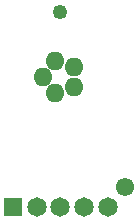
<source format=gbs>
G04 #@! TF.FileFunction,Soldermask,Bot*
%FSLAX46Y46*%
G04 Gerber Fmt 4.6, Leading zero omitted, Abs format (unit mm)*
G04 Created by KiCad (PCBNEW 4.0.7-e2-6376~58~ubuntu16.04.1) date Mon Mar 11 22:55:58 2019*
%MOMM*%
%LPD*%
G01*
G04 APERTURE LIST*
%ADD10C,0.100000*%
%ADD11R,1.650000X1.650000*%
%ADD12C,1.650000*%
%ADD13C,1.550000*%
%ADD14O,1.600000X1.600000*%
%ADD15C,1.250000*%
G04 APERTURE END LIST*
D10*
D11*
X146000000Y-111000000D03*
D12*
X148000000Y-111000000D03*
X150000000Y-111000000D03*
X152000000Y-111000000D03*
X154000000Y-111000000D03*
D13*
X155500000Y-109300000D03*
D14*
X151173074Y-99147712D03*
X149551926Y-98620969D03*
X148550000Y-100000000D03*
X149551926Y-101379031D03*
X151173074Y-100852288D03*
D15*
X150000000Y-94500000D03*
M02*

</source>
